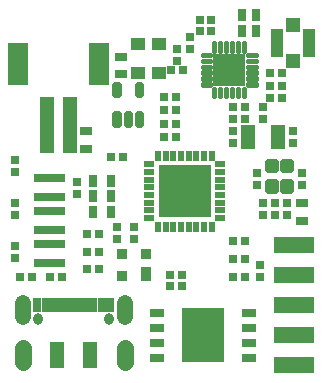
<source format=gbr>
G04 EAGLE Gerber RS-274X export*
G75*
%MOMM*%
%FSLAX34Y34*%
%LPD*%
%INSoldermask Top*%
%IPPOS*%
%AMOC8*
5,1,8,0,0,1.08239X$1,22.5*%
G01*
%ADD10C,0.833200*%
%ADD11C,0.803200*%
%ADD12R,0.803200X0.703200*%
%ADD13R,0.803200X1.103200*%
%ADD14R,1.103200X0.803200*%
%ADD15R,1.203200X2.003200*%
%ADD16R,0.920000X0.470000*%
%ADD17R,0.470000X0.920000*%
%ADD18R,4.520000X4.520000*%
%ADD19R,0.914400X1.219200*%
%ADD20R,0.889000X0.812800*%
%ADD21C,0.269722*%
%ADD22R,2.703200X2.703200*%
%ADD23R,0.703200X0.803200*%
%ADD24R,1.053200X2.403200*%
%ADD25R,1.203200X1.253200*%
%ADD26R,0.803200X1.003200*%
%ADD27R,1.153200X0.653200*%
%ADD28R,3.653200X4.553200*%
%ADD29C,0.505344*%
%ADD30R,1.203200X4.803200*%
%ADD31R,1.803200X3.603200*%
%ADD32R,0.723200X1.203200*%
%ADD33R,0.473200X1.203200*%
%ADD34R,1.203200X2.203200*%
%ADD35C,1.361200*%
%ADD36C,1.403200*%
%ADD37R,0.653200X0.803200*%
%ADD38C,0.506016*%
%ADD39R,3.378200X1.473200*%
%ADD40R,1.143200X1.093200*%


D10*
X90960Y53848D03*
X30960Y53848D03*
D11*
X90960Y53848D03*
D12*
X218694Y89996D03*
X218694Y99996D03*
D13*
X92590Y171450D03*
X77590Y171450D03*
D12*
X152400Y91995D03*
X152400Y81995D03*
X220980Y152320D03*
X220980Y142320D03*
X231140Y152320D03*
X231140Y142320D03*
D14*
X254000Y152280D03*
X254000Y137280D03*
D12*
X142240Y91995D03*
X142240Y81995D03*
X241300Y152320D03*
X241300Y142320D03*
D13*
X92590Y158115D03*
X77590Y158115D03*
X92590Y144780D03*
X77590Y144780D03*
D12*
X246380Y203280D03*
X246380Y213280D03*
X195580Y203280D03*
X195580Y213280D03*
D15*
X208480Y208280D03*
X233480Y208280D03*
D16*
X184940Y139810D03*
X184940Y146310D03*
X184940Y152810D03*
X184940Y159310D03*
X184940Y165810D03*
X184940Y172310D03*
X184940Y178810D03*
X184940Y185310D03*
D17*
X177690Y192560D03*
X171190Y192560D03*
X164690Y192560D03*
X158190Y192560D03*
X151690Y192560D03*
X145190Y192560D03*
X138690Y192560D03*
X132190Y192560D03*
D16*
X124940Y185310D03*
X124940Y178810D03*
X124940Y172310D03*
X124940Y165810D03*
X124940Y159310D03*
X124940Y152810D03*
X124940Y146310D03*
X124940Y139810D03*
D17*
X132190Y132560D03*
X138690Y132560D03*
X145190Y132560D03*
X151690Y132560D03*
X158190Y132560D03*
X164690Y132560D03*
X171190Y132560D03*
X177690Y132560D03*
D18*
X154940Y162560D03*
D19*
X122428Y92456D03*
D20*
X122428Y109474D03*
X102108Y109474D03*
X102108Y90678D03*
D12*
X159004Y283290D03*
X159004Y293290D03*
D21*
X207787Y253948D02*
X215723Y253948D01*
X215723Y251912D01*
X207787Y251912D01*
X207787Y253948D01*
X207787Y258948D02*
X215723Y258948D01*
X215723Y256912D01*
X207787Y256912D01*
X207787Y258948D01*
X207787Y263948D02*
X215723Y263948D01*
X215723Y261912D01*
X207787Y261912D01*
X207787Y263948D01*
X207787Y268948D02*
X215723Y268948D01*
X215723Y266912D01*
X207787Y266912D01*
X207787Y268948D01*
X207787Y273948D02*
X215723Y273948D01*
X215723Y271912D01*
X207787Y271912D01*
X207787Y273948D01*
X207787Y278948D02*
X215723Y278948D01*
X215723Y276912D01*
X207787Y276912D01*
X207787Y278948D01*
X203887Y280812D02*
X203887Y288748D01*
X205923Y288748D01*
X205923Y280812D01*
X203887Y280812D01*
X203887Y283374D02*
X205923Y283374D01*
X205923Y285936D02*
X203887Y285936D01*
X203887Y288498D02*
X205923Y288498D01*
X198887Y288748D02*
X198887Y280812D01*
X198887Y288748D02*
X200923Y288748D01*
X200923Y280812D01*
X198887Y280812D01*
X198887Y283374D02*
X200923Y283374D01*
X200923Y285936D02*
X198887Y285936D01*
X198887Y288498D02*
X200923Y288498D01*
X193887Y288748D02*
X193887Y280812D01*
X193887Y288748D02*
X195923Y288748D01*
X195923Y280812D01*
X193887Y280812D01*
X193887Y283374D02*
X195923Y283374D01*
X195923Y285936D02*
X193887Y285936D01*
X193887Y288498D02*
X195923Y288498D01*
X188887Y288748D02*
X188887Y280812D01*
X188887Y288748D02*
X190923Y288748D01*
X190923Y280812D01*
X188887Y280812D01*
X188887Y283374D02*
X190923Y283374D01*
X190923Y285936D02*
X188887Y285936D01*
X188887Y288498D02*
X190923Y288498D01*
X183887Y288748D02*
X183887Y280812D01*
X183887Y288748D02*
X185923Y288748D01*
X185923Y280812D01*
X183887Y280812D01*
X183887Y283374D02*
X185923Y283374D01*
X185923Y285936D02*
X183887Y285936D01*
X183887Y288498D02*
X185923Y288498D01*
X178887Y288748D02*
X178887Y280812D01*
X178887Y288748D02*
X180923Y288748D01*
X180923Y280812D01*
X178887Y280812D01*
X178887Y283374D02*
X180923Y283374D01*
X180923Y285936D02*
X178887Y285936D01*
X178887Y288498D02*
X180923Y288498D01*
X177023Y278948D02*
X169087Y278948D01*
X177023Y278948D02*
X177023Y276912D01*
X169087Y276912D01*
X169087Y278948D01*
X169087Y273948D02*
X177023Y273948D01*
X177023Y271912D01*
X169087Y271912D01*
X169087Y273948D01*
X169087Y268948D02*
X177023Y268948D01*
X177023Y266912D01*
X169087Y266912D01*
X169087Y268948D01*
X169087Y263948D02*
X177023Y263948D01*
X177023Y261912D01*
X169087Y261912D01*
X169087Y263948D01*
X169087Y258948D02*
X177023Y258948D01*
X177023Y256912D01*
X169087Y256912D01*
X169087Y258948D01*
X169087Y253948D02*
X177023Y253948D01*
X177023Y251912D01*
X169087Y251912D01*
X169087Y253948D01*
X178887Y250048D02*
X178887Y242112D01*
X178887Y250048D02*
X180923Y250048D01*
X180923Y242112D01*
X178887Y242112D01*
X178887Y244674D02*
X180923Y244674D01*
X180923Y247236D02*
X178887Y247236D01*
X178887Y249798D02*
X180923Y249798D01*
X183887Y250048D02*
X183887Y242112D01*
X183887Y250048D02*
X185923Y250048D01*
X185923Y242112D01*
X183887Y242112D01*
X183887Y244674D02*
X185923Y244674D01*
X185923Y247236D02*
X183887Y247236D01*
X183887Y249798D02*
X185923Y249798D01*
X188887Y250048D02*
X188887Y242112D01*
X188887Y250048D02*
X190923Y250048D01*
X190923Y242112D01*
X188887Y242112D01*
X188887Y244674D02*
X190923Y244674D01*
X190923Y247236D02*
X188887Y247236D01*
X188887Y249798D02*
X190923Y249798D01*
X193887Y250048D02*
X193887Y242112D01*
X193887Y250048D02*
X195923Y250048D01*
X195923Y242112D01*
X193887Y242112D01*
X193887Y244674D02*
X195923Y244674D01*
X195923Y247236D02*
X193887Y247236D01*
X193887Y249798D02*
X195923Y249798D01*
X198887Y250048D02*
X198887Y242112D01*
X198887Y250048D02*
X200923Y250048D01*
X200923Y242112D01*
X198887Y242112D01*
X198887Y244674D02*
X200923Y244674D01*
X200923Y247236D02*
X198887Y247236D01*
X198887Y249798D02*
X200923Y249798D01*
X203887Y250048D02*
X203887Y242112D01*
X203887Y250048D02*
X205923Y250048D01*
X205923Y242112D01*
X203887Y242112D01*
X203887Y244674D02*
X205923Y244674D01*
X205923Y247236D02*
X203887Y247236D01*
X203887Y249798D02*
X205923Y249798D01*
D22*
X192405Y265430D03*
D23*
X167466Y307340D03*
X177466Y307340D03*
X153590Y265430D03*
X143590Y265430D03*
D12*
X148590Y273130D03*
X148590Y283130D03*
D23*
X177466Y297815D03*
X167466Y297815D03*
D12*
X205740Y223600D03*
X205740Y233600D03*
X195580Y223600D03*
X195580Y233600D03*
X220980Y223600D03*
X220980Y233600D03*
D23*
X237410Y241300D03*
X227410Y241300D03*
X227410Y262890D03*
X237410Y262890D03*
D24*
X260130Y288290D03*
X232630Y288290D03*
D25*
X246380Y273040D03*
X246380Y303540D03*
D26*
X203550Y297800D03*
X215550Y297800D03*
X215550Y311800D03*
X203550Y311800D03*
D23*
X227410Y251460D03*
X237410Y251460D03*
X205660Y120650D03*
X195660Y120650D03*
X205660Y105410D03*
X195660Y105410D03*
X205660Y90170D03*
X195660Y90170D03*
D12*
X11176Y105744D03*
X11176Y115744D03*
D23*
X102790Y191262D03*
X92790Y191262D03*
D27*
X131180Y59690D03*
X131180Y46990D03*
X131180Y34290D03*
X131180Y21590D03*
X209180Y21590D03*
X209180Y34290D03*
X209180Y46990D03*
X209180Y59690D03*
D28*
X170180Y40640D03*
D29*
X237810Y163000D02*
X244790Y163000D01*
X237810Y163000D02*
X237810Y169980D01*
X244790Y169980D01*
X244790Y163000D01*
X244790Y167800D02*
X237810Y167800D01*
X237810Y180540D02*
X244790Y180540D01*
X237810Y180540D02*
X237810Y187520D01*
X244790Y187520D01*
X244790Y180540D01*
X244790Y185340D02*
X237810Y185340D01*
X232090Y163000D02*
X225110Y163000D01*
X225110Y169980D01*
X232090Y169980D01*
X232090Y163000D01*
X232090Y167800D02*
X225110Y167800D01*
X225110Y180540D02*
X232090Y180540D01*
X225110Y180540D02*
X225110Y187520D01*
X232090Y187520D01*
X232090Y180540D01*
X232090Y185340D02*
X225110Y185340D01*
D30*
X38006Y218270D03*
X58006Y218270D03*
D31*
X14006Y270270D03*
X82006Y270270D03*
D14*
X71374Y198240D03*
X71374Y213240D03*
X101092Y261486D03*
X101092Y276486D03*
D12*
X97790Y132000D03*
X97790Y122000D03*
X111760Y132000D03*
X111760Y122000D03*
D23*
X72470Y110744D03*
X82470Y110744D03*
X82216Y126238D03*
X72216Y126238D03*
D12*
X11176Y189150D03*
X11176Y179150D03*
X11176Y152574D03*
X11176Y142574D03*
X63246Y160100D03*
X63246Y170100D03*
X254000Y177720D03*
X254000Y167720D03*
X215900Y177720D03*
X215900Y167720D03*
D23*
X82470Y96774D03*
X72470Y96774D03*
X137240Y219710D03*
X147240Y219710D03*
X137240Y231140D03*
X147240Y231140D03*
X147240Y208280D03*
X137240Y208280D03*
X147240Y242570D03*
X137240Y242570D03*
X25828Y90170D03*
X15828Y90170D03*
X40720Y90170D03*
X50720Y90170D03*
D32*
X29960Y65864D03*
X91960Y65864D03*
X37460Y65864D03*
X84460Y65864D03*
D33*
X43460Y65864D03*
X78460Y65864D03*
X48460Y65864D03*
X53460Y65864D03*
X58460Y65864D03*
X63460Y65864D03*
X68460Y65864D03*
X73460Y65864D03*
D11*
X90960Y54864D03*
D10*
X90960Y54864D03*
D34*
X46960Y23864D03*
X74960Y23864D03*
D10*
X30960Y54864D03*
D35*
X17760Y56324D02*
X17760Y67904D01*
X104160Y67904D02*
X104160Y56324D01*
D36*
X17760Y29864D02*
X17760Y17864D01*
X104160Y17864D02*
X104160Y29864D01*
D37*
X50136Y117474D03*
X43636Y117474D03*
X37136Y117474D03*
X30636Y117474D03*
X30636Y101474D03*
X37136Y101474D03*
X43636Y101474D03*
X50136Y101474D03*
D38*
X99174Y218676D02*
X99174Y227848D01*
X99174Y218676D02*
X96202Y218676D01*
X96202Y227848D01*
X99174Y227848D01*
X99174Y223483D02*
X96202Y223483D01*
X108674Y227848D02*
X108674Y218676D01*
X105702Y218676D01*
X105702Y227848D01*
X108674Y227848D01*
X108674Y223483D02*
X105702Y223483D01*
X118174Y227848D02*
X118174Y218676D01*
X115202Y218676D01*
X115202Y227848D01*
X118174Y227848D01*
X118174Y223483D02*
X115202Y223483D01*
X118174Y243576D02*
X118174Y252748D01*
X118174Y243576D02*
X115202Y243576D01*
X115202Y252748D01*
X118174Y252748D01*
X118174Y248383D02*
X115202Y248383D01*
X99174Y252748D02*
X99174Y243576D01*
X96202Y243576D01*
X96202Y252748D01*
X99174Y252748D01*
X99174Y248383D02*
X96202Y248383D01*
D39*
X247396Y15240D03*
X247396Y40640D03*
X247396Y66040D03*
X247396Y91440D03*
X247396Y116840D03*
D40*
X115102Y287482D03*
X115102Y262682D03*
X132802Y262682D03*
X132802Y287482D03*
D37*
X50390Y145668D03*
X43890Y145668D03*
X37390Y145668D03*
X30890Y145668D03*
X30890Y129668D03*
X37390Y129668D03*
X43890Y129668D03*
X50390Y129668D03*
X50390Y173608D03*
X43890Y173608D03*
X37390Y173608D03*
X30890Y173608D03*
X30890Y157608D03*
X37390Y157608D03*
X43890Y157608D03*
X50390Y157608D03*
M02*

</source>
